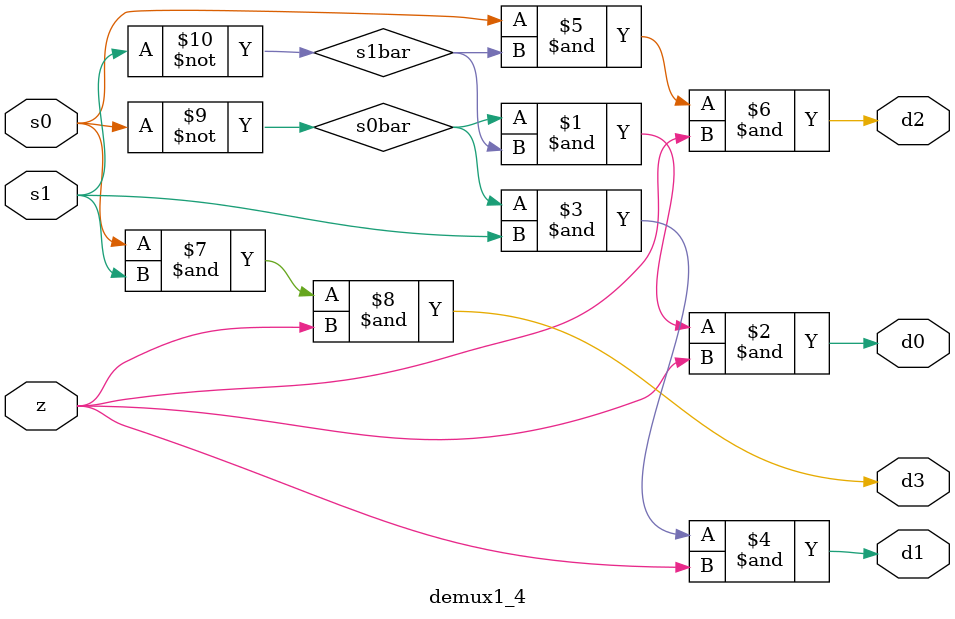
<source format=v>
module demux1_4(z,s0,s1,d0,d1,d2,d3);
output d0,d1,d2,d3;
input z,s0,s1;
wire s0bar,s1bar;
not(s0bar,s0);
not(s1bar,s1);
and(d0,s0bar,s1bar,z);
and(d1,s0bar,s1,z);
and(d2,s0,s1bar,z);
and(d3,s0,s1,z);
endmodule


</source>
